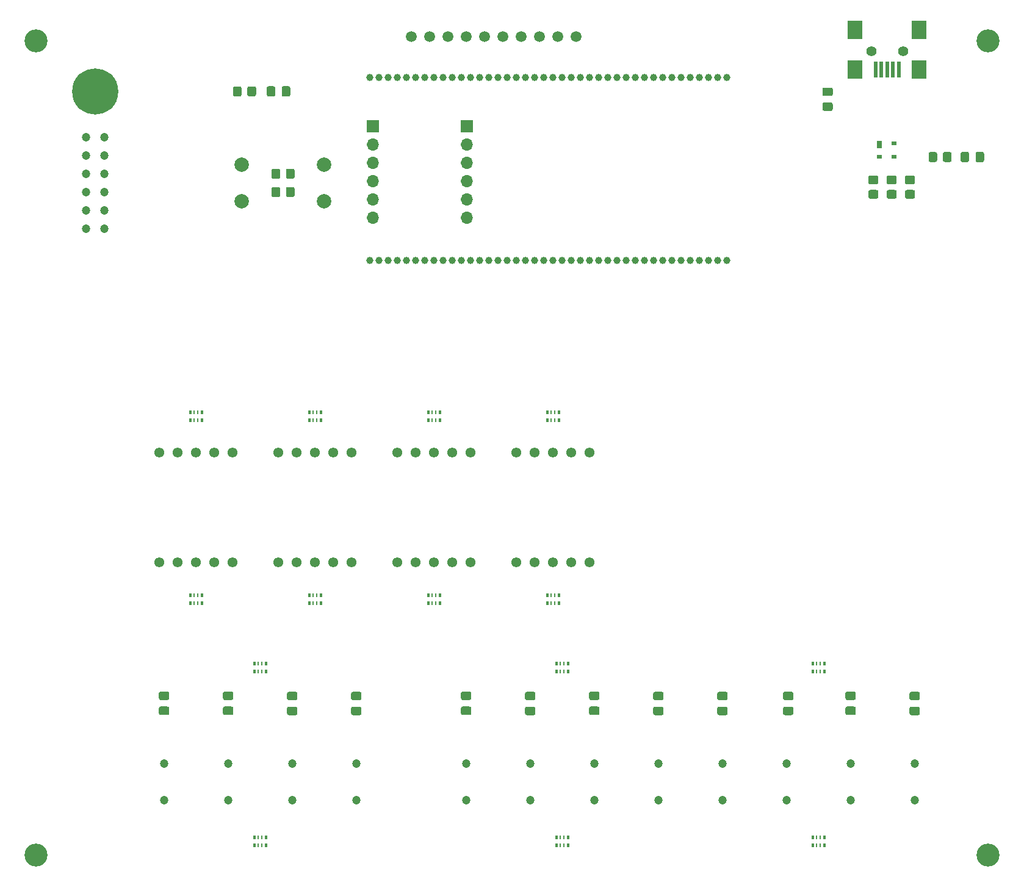
<source format=gts>
G04 #@! TF.GenerationSoftware,KiCad,Pcbnew,(5.1.8)-1*
G04 #@! TF.CreationDate,2021-01-01T13:05:33+09:00*
G04 #@! TF.ProjectId,mifune_TE0890_local_board,6d696675-6e65-45f5-9445-303839305f6c,0.1*
G04 #@! TF.SameCoordinates,Original*
G04 #@! TF.FileFunction,Soldermask,Top*
G04 #@! TF.FilePolarity,Negative*
%FSLAX46Y46*%
G04 Gerber Fmt 4.6, Leading zero omitted, Abs format (unit mm)*
G04 Created by KiCad (PCBNEW (5.1.8)-1) date 2021-01-01 13:05:33*
%MOMM*%
%LPD*%
G01*
G04 APERTURE LIST*
%ADD10C,1.000000*%
%ADD11C,1.200000*%
%ADD12C,6.400000*%
%ADD13C,2.000000*%
%ADD14R,0.700000X1.000000*%
%ADD15R,0.700000X0.600000*%
%ADD16C,1.381000*%
%ADD17R,0.500000X2.300000*%
%ADD18R,2.000000X2.500000*%
%ADD19C,1.400000*%
%ADD20R,0.365000X0.613000*%
%ADD21R,0.250000X0.613000*%
%ADD22O,1.700000X1.700000*%
%ADD23R,1.700000X1.700000*%
%ADD24C,3.200000*%
%ADD25C,1.500000*%
G04 APERTURE END LIST*
D10*
X137795000Y-66040000D03*
X137795000Y-40640000D03*
X136525000Y-66040000D03*
X136525000Y-40640000D03*
X135255000Y-66040000D03*
X135255000Y-40640000D03*
X133985000Y-66040000D03*
X133985000Y-40640000D03*
X132715000Y-66040000D03*
X132715000Y-40640000D03*
X131445000Y-66040000D03*
X131445000Y-40640000D03*
X130175000Y-66040000D03*
X130175000Y-40640000D03*
X128905000Y-66040000D03*
X128905000Y-40640000D03*
X127635000Y-66040000D03*
X127635000Y-40640000D03*
X126365000Y-66040000D03*
X126365000Y-40640000D03*
X125095000Y-66040000D03*
X125095000Y-40640000D03*
X123825000Y-66040000D03*
X123825000Y-40640000D03*
X122555000Y-66040000D03*
X122555000Y-40640000D03*
X121285000Y-66040000D03*
X121285000Y-40640000D03*
X120015000Y-66040000D03*
X120015000Y-40640000D03*
X118745000Y-66040000D03*
X118745000Y-40640000D03*
X117475000Y-66040000D03*
X117475000Y-40640000D03*
X116205000Y-66040000D03*
X116205000Y-40640000D03*
X114935000Y-66040000D03*
X114935000Y-40640000D03*
X113665000Y-66040000D03*
X113665000Y-40640000D03*
X112395000Y-66040000D03*
X112395000Y-40640000D03*
X111125000Y-66040000D03*
X111125000Y-40640000D03*
X109855000Y-66040000D03*
X109855000Y-40640000D03*
X108585000Y-66040000D03*
X108585000Y-40640000D03*
X107315000Y-66040000D03*
X107315000Y-40640000D03*
X106045000Y-66040000D03*
X106045000Y-40640000D03*
X104775000Y-66040000D03*
X104775000Y-40640000D03*
X103505000Y-66040000D03*
X103505000Y-40640000D03*
X102235000Y-66040000D03*
X102235000Y-40640000D03*
X100965000Y-66040000D03*
X100965000Y-40640000D03*
X99695000Y-66040000D03*
X99695000Y-40640000D03*
X98425000Y-66040000D03*
X98425000Y-40640000D03*
X97155000Y-66040000D03*
X97155000Y-40640000D03*
X95885000Y-66040000D03*
X95885000Y-40640000D03*
X94615000Y-66040000D03*
X94615000Y-40640000D03*
X93345000Y-66040000D03*
X93345000Y-40640000D03*
X92075000Y-66040000D03*
X92075000Y-40640000D03*
X90805000Y-66040000D03*
X90805000Y-40640000D03*
X89535000Y-66040000D03*
X89535000Y-40640000D03*
X88265000Y-66040000D03*
X88265000Y-40640000D03*
D11*
X48895000Y-53975000D03*
X51435000Y-56515000D03*
X51435000Y-53975000D03*
X48895000Y-56515000D03*
X48895000Y-51435000D03*
X51435000Y-59055000D03*
X51435000Y-51435000D03*
X48895000Y-59055000D03*
X48895000Y-48895000D03*
X51435000Y-61595000D03*
X51435000Y-48895000D03*
X48895000Y-61595000D03*
D12*
X50165000Y-42545000D03*
D13*
X70485000Y-57785000D03*
X70485000Y-52705000D03*
G36*
G01*
X75115000Y-42070000D02*
X75115000Y-43020000D01*
G75*
G02*
X74865000Y-43270000I-250000J0D01*
G01*
X74190000Y-43270000D01*
G75*
G02*
X73940000Y-43020000I0J250000D01*
G01*
X73940000Y-42070000D01*
G75*
G02*
X74190000Y-41820000I250000J0D01*
G01*
X74865000Y-41820000D01*
G75*
G02*
X75115000Y-42070000I0J-250000D01*
G01*
G37*
G36*
G01*
X77190000Y-42070000D02*
X77190000Y-43020000D01*
G75*
G02*
X76940000Y-43270000I-250000J0D01*
G01*
X76265000Y-43270000D01*
G75*
G02*
X76015000Y-43020000I0J250000D01*
G01*
X76015000Y-42070000D01*
G75*
G02*
X76265000Y-41820000I250000J0D01*
G01*
X76940000Y-41820000D01*
G75*
G02*
X77190000Y-42070000I0J-250000D01*
G01*
G37*
G36*
G01*
X69250000Y-42995001D02*
X69250000Y-42094999D01*
G75*
G02*
X69499999Y-41845000I249999J0D01*
G01*
X70200001Y-41845000D01*
G75*
G02*
X70450000Y-42094999I0J-249999D01*
G01*
X70450000Y-42995001D01*
G75*
G02*
X70200001Y-43245000I-249999J0D01*
G01*
X69499999Y-43245000D01*
G75*
G02*
X69250000Y-42995001I0J249999D01*
G01*
G37*
G36*
G01*
X71250000Y-42995001D02*
X71250000Y-42094999D01*
G75*
G02*
X71499999Y-41845000I249999J0D01*
G01*
X72200001Y-41845000D01*
G75*
G02*
X72450000Y-42094999I0J-249999D01*
G01*
X72450000Y-42995001D01*
G75*
G02*
X72200001Y-43245000I-249999J0D01*
G01*
X71499999Y-43245000D01*
G75*
G02*
X71250000Y-42995001I0J249999D01*
G01*
G37*
G36*
G01*
X151270000Y-42002500D02*
X152220000Y-42002500D01*
G75*
G02*
X152470000Y-42252500I0J-250000D01*
G01*
X152470000Y-42927500D01*
G75*
G02*
X152220000Y-43177500I-250000J0D01*
G01*
X151270000Y-43177500D01*
G75*
G02*
X151020000Y-42927500I0J250000D01*
G01*
X151020000Y-42252500D01*
G75*
G02*
X151270000Y-42002500I250000J0D01*
G01*
G37*
G36*
G01*
X151270000Y-44077500D02*
X152220000Y-44077500D01*
G75*
G02*
X152470000Y-44327500I0J-250000D01*
G01*
X152470000Y-45002500D01*
G75*
G02*
X152220000Y-45252500I-250000J0D01*
G01*
X151270000Y-45252500D01*
G75*
G02*
X151020000Y-45002500I0J250000D01*
G01*
X151020000Y-44327500D01*
G75*
G02*
X151270000Y-44077500I250000J0D01*
G01*
G37*
G36*
G01*
X173457500Y-51175000D02*
X173457500Y-52125000D01*
G75*
G02*
X173207500Y-52375000I-250000J0D01*
G01*
X172532500Y-52375000D01*
G75*
G02*
X172282500Y-52125000I0J250000D01*
G01*
X172282500Y-51175000D01*
G75*
G02*
X172532500Y-50925000I250000J0D01*
G01*
X173207500Y-50925000D01*
G75*
G02*
X173457500Y-51175000I0J-250000D01*
G01*
G37*
G36*
G01*
X171382500Y-51175000D02*
X171382500Y-52125000D01*
G75*
G02*
X171132500Y-52375000I-250000J0D01*
G01*
X170457500Y-52375000D01*
G75*
G02*
X170207500Y-52125000I0J250000D01*
G01*
X170207500Y-51175000D01*
G75*
G02*
X170457500Y-50925000I250000J0D01*
G01*
X171132500Y-50925000D01*
G75*
G02*
X171382500Y-51175000I0J-250000D01*
G01*
G37*
D14*
X158950000Y-49950000D03*
D15*
X158950000Y-51650000D03*
X160950000Y-51650000D03*
X160950000Y-49750000D03*
G36*
G01*
X60165000Y-127036500D02*
X59215000Y-127036500D01*
G75*
G02*
X58965000Y-126786500I0J250000D01*
G01*
X58965000Y-126111500D01*
G75*
G02*
X59215000Y-125861500I250000J0D01*
G01*
X60165000Y-125861500D01*
G75*
G02*
X60415000Y-126111500I0J-250000D01*
G01*
X60415000Y-126786500D01*
G75*
G02*
X60165000Y-127036500I-250000J0D01*
G01*
G37*
G36*
G01*
X60165000Y-129111500D02*
X59215000Y-129111500D01*
G75*
G02*
X58965000Y-128861500I0J250000D01*
G01*
X58965000Y-128186500D01*
G75*
G02*
X59215000Y-127936500I250000J0D01*
G01*
X60165000Y-127936500D01*
G75*
G02*
X60415000Y-128186500I0J-250000D01*
G01*
X60415000Y-128861500D01*
G75*
G02*
X60165000Y-129111500I-250000J0D01*
G01*
G37*
G36*
G01*
X69055000Y-129111500D02*
X68105000Y-129111500D01*
G75*
G02*
X67855000Y-128861500I0J250000D01*
G01*
X67855000Y-128186500D01*
G75*
G02*
X68105000Y-127936500I250000J0D01*
G01*
X69055000Y-127936500D01*
G75*
G02*
X69305000Y-128186500I0J-250000D01*
G01*
X69305000Y-128861500D01*
G75*
G02*
X69055000Y-129111500I-250000J0D01*
G01*
G37*
G36*
G01*
X69055000Y-127036500D02*
X68105000Y-127036500D01*
G75*
G02*
X67855000Y-126786500I0J250000D01*
G01*
X67855000Y-126111500D01*
G75*
G02*
X68105000Y-125861500I250000J0D01*
G01*
X69055000Y-125861500D01*
G75*
G02*
X69305000Y-126111500I0J-250000D01*
G01*
X69305000Y-126786500D01*
G75*
G02*
X69055000Y-127036500I-250000J0D01*
G01*
G37*
G36*
G01*
X77945000Y-127058000D02*
X76995000Y-127058000D01*
G75*
G02*
X76745000Y-126808000I0J250000D01*
G01*
X76745000Y-126133000D01*
G75*
G02*
X76995000Y-125883000I250000J0D01*
G01*
X77945000Y-125883000D01*
G75*
G02*
X78195000Y-126133000I0J-250000D01*
G01*
X78195000Y-126808000D01*
G75*
G02*
X77945000Y-127058000I-250000J0D01*
G01*
G37*
G36*
G01*
X77945000Y-129133000D02*
X76995000Y-129133000D01*
G75*
G02*
X76745000Y-128883000I0J250000D01*
G01*
X76745000Y-128208000D01*
G75*
G02*
X76995000Y-127958000I250000J0D01*
G01*
X77945000Y-127958000D01*
G75*
G02*
X78195000Y-128208000I0J-250000D01*
G01*
X78195000Y-128883000D01*
G75*
G02*
X77945000Y-129133000I-250000J0D01*
G01*
G37*
G36*
G01*
X86835000Y-129133000D02*
X85885000Y-129133000D01*
G75*
G02*
X85635000Y-128883000I0J250000D01*
G01*
X85635000Y-128208000D01*
G75*
G02*
X85885000Y-127958000I250000J0D01*
G01*
X86835000Y-127958000D01*
G75*
G02*
X87085000Y-128208000I0J-250000D01*
G01*
X87085000Y-128883000D01*
G75*
G02*
X86835000Y-129133000I-250000J0D01*
G01*
G37*
G36*
G01*
X86835000Y-127058000D02*
X85885000Y-127058000D01*
G75*
G02*
X85635000Y-126808000I0J250000D01*
G01*
X85635000Y-126133000D01*
G75*
G02*
X85885000Y-125883000I250000J0D01*
G01*
X86835000Y-125883000D01*
G75*
G02*
X87085000Y-126133000I0J-250000D01*
G01*
X87085000Y-126808000D01*
G75*
G02*
X86835000Y-127058000I-250000J0D01*
G01*
G37*
G36*
G01*
X102075000Y-127036500D02*
X101125000Y-127036500D01*
G75*
G02*
X100875000Y-126786500I0J250000D01*
G01*
X100875000Y-126111500D01*
G75*
G02*
X101125000Y-125861500I250000J0D01*
G01*
X102075000Y-125861500D01*
G75*
G02*
X102325000Y-126111500I0J-250000D01*
G01*
X102325000Y-126786500D01*
G75*
G02*
X102075000Y-127036500I-250000J0D01*
G01*
G37*
G36*
G01*
X102075000Y-129111500D02*
X101125000Y-129111500D01*
G75*
G02*
X100875000Y-128861500I0J250000D01*
G01*
X100875000Y-128186500D01*
G75*
G02*
X101125000Y-127936500I250000J0D01*
G01*
X102075000Y-127936500D01*
G75*
G02*
X102325000Y-128186500I0J-250000D01*
G01*
X102325000Y-128861500D01*
G75*
G02*
X102075000Y-129111500I-250000J0D01*
G01*
G37*
G36*
G01*
X110965000Y-129133000D02*
X110015000Y-129133000D01*
G75*
G02*
X109765000Y-128883000I0J250000D01*
G01*
X109765000Y-128208000D01*
G75*
G02*
X110015000Y-127958000I250000J0D01*
G01*
X110965000Y-127958000D01*
G75*
G02*
X111215000Y-128208000I0J-250000D01*
G01*
X111215000Y-128883000D01*
G75*
G02*
X110965000Y-129133000I-250000J0D01*
G01*
G37*
G36*
G01*
X110965000Y-127058000D02*
X110015000Y-127058000D01*
G75*
G02*
X109765000Y-126808000I0J250000D01*
G01*
X109765000Y-126133000D01*
G75*
G02*
X110015000Y-125883000I250000J0D01*
G01*
X110965000Y-125883000D01*
G75*
G02*
X111215000Y-126133000I0J-250000D01*
G01*
X111215000Y-126808000D01*
G75*
G02*
X110965000Y-127058000I-250000J0D01*
G01*
G37*
G36*
G01*
X119855000Y-127036500D02*
X118905000Y-127036500D01*
G75*
G02*
X118655000Y-126786500I0J250000D01*
G01*
X118655000Y-126111500D01*
G75*
G02*
X118905000Y-125861500I250000J0D01*
G01*
X119855000Y-125861500D01*
G75*
G02*
X120105000Y-126111500I0J-250000D01*
G01*
X120105000Y-126786500D01*
G75*
G02*
X119855000Y-127036500I-250000J0D01*
G01*
G37*
G36*
G01*
X119855000Y-129111500D02*
X118905000Y-129111500D01*
G75*
G02*
X118655000Y-128861500I0J250000D01*
G01*
X118655000Y-128186500D01*
G75*
G02*
X118905000Y-127936500I250000J0D01*
G01*
X119855000Y-127936500D01*
G75*
G02*
X120105000Y-128186500I0J-250000D01*
G01*
X120105000Y-128861500D01*
G75*
G02*
X119855000Y-129111500I-250000J0D01*
G01*
G37*
G36*
G01*
X128745000Y-129133000D02*
X127795000Y-129133000D01*
G75*
G02*
X127545000Y-128883000I0J250000D01*
G01*
X127545000Y-128208000D01*
G75*
G02*
X127795000Y-127958000I250000J0D01*
G01*
X128745000Y-127958000D01*
G75*
G02*
X128995000Y-128208000I0J-250000D01*
G01*
X128995000Y-128883000D01*
G75*
G02*
X128745000Y-129133000I-250000J0D01*
G01*
G37*
G36*
G01*
X128745000Y-127058000D02*
X127795000Y-127058000D01*
G75*
G02*
X127545000Y-126808000I0J250000D01*
G01*
X127545000Y-126133000D01*
G75*
G02*
X127795000Y-125883000I250000J0D01*
G01*
X128745000Y-125883000D01*
G75*
G02*
X128995000Y-126133000I0J-250000D01*
G01*
X128995000Y-126808000D01*
G75*
G02*
X128745000Y-127058000I-250000J0D01*
G01*
G37*
G36*
G01*
X137635000Y-127058000D02*
X136685000Y-127058000D01*
G75*
G02*
X136435000Y-126808000I0J250000D01*
G01*
X136435000Y-126133000D01*
G75*
G02*
X136685000Y-125883000I250000J0D01*
G01*
X137635000Y-125883000D01*
G75*
G02*
X137885000Y-126133000I0J-250000D01*
G01*
X137885000Y-126808000D01*
G75*
G02*
X137635000Y-127058000I-250000J0D01*
G01*
G37*
G36*
G01*
X137635000Y-129133000D02*
X136685000Y-129133000D01*
G75*
G02*
X136435000Y-128883000I0J250000D01*
G01*
X136435000Y-128208000D01*
G75*
G02*
X136685000Y-127958000I250000J0D01*
G01*
X137635000Y-127958000D01*
G75*
G02*
X137885000Y-128208000I0J-250000D01*
G01*
X137885000Y-128883000D01*
G75*
G02*
X137635000Y-129133000I-250000J0D01*
G01*
G37*
G36*
G01*
X146757500Y-129133000D02*
X145807500Y-129133000D01*
G75*
G02*
X145557500Y-128883000I0J250000D01*
G01*
X145557500Y-128208000D01*
G75*
G02*
X145807500Y-127958000I250000J0D01*
G01*
X146757500Y-127958000D01*
G75*
G02*
X147007500Y-128208000I0J-250000D01*
G01*
X147007500Y-128883000D01*
G75*
G02*
X146757500Y-129133000I-250000J0D01*
G01*
G37*
G36*
G01*
X146757500Y-127058000D02*
X145807500Y-127058000D01*
G75*
G02*
X145557500Y-126808000I0J250000D01*
G01*
X145557500Y-126133000D01*
G75*
G02*
X145807500Y-125883000I250000J0D01*
G01*
X146757500Y-125883000D01*
G75*
G02*
X147007500Y-126133000I0J-250000D01*
G01*
X147007500Y-126808000D01*
G75*
G02*
X146757500Y-127058000I-250000J0D01*
G01*
G37*
G36*
G01*
X155415000Y-127036500D02*
X154465000Y-127036500D01*
G75*
G02*
X154215000Y-126786500I0J250000D01*
G01*
X154215000Y-126111500D01*
G75*
G02*
X154465000Y-125861500I250000J0D01*
G01*
X155415000Y-125861500D01*
G75*
G02*
X155665000Y-126111500I0J-250000D01*
G01*
X155665000Y-126786500D01*
G75*
G02*
X155415000Y-127036500I-250000J0D01*
G01*
G37*
G36*
G01*
X155415000Y-129111500D02*
X154465000Y-129111500D01*
G75*
G02*
X154215000Y-128861500I0J250000D01*
G01*
X154215000Y-128186500D01*
G75*
G02*
X154465000Y-127936500I250000J0D01*
G01*
X155415000Y-127936500D01*
G75*
G02*
X155665000Y-128186500I0J-250000D01*
G01*
X155665000Y-128861500D01*
G75*
G02*
X155415000Y-129111500I-250000J0D01*
G01*
G37*
G36*
G01*
X164305000Y-129133000D02*
X163355000Y-129133000D01*
G75*
G02*
X163105000Y-128883000I0J250000D01*
G01*
X163105000Y-128208000D01*
G75*
G02*
X163355000Y-127958000I250000J0D01*
G01*
X164305000Y-127958000D01*
G75*
G02*
X164555000Y-128208000I0J-250000D01*
G01*
X164555000Y-128883000D01*
G75*
G02*
X164305000Y-129133000I-250000J0D01*
G01*
G37*
G36*
G01*
X164305000Y-127058000D02*
X163355000Y-127058000D01*
G75*
G02*
X163105000Y-126808000I0J250000D01*
G01*
X163105000Y-126133000D01*
G75*
G02*
X163355000Y-125883000I250000J0D01*
G01*
X164305000Y-125883000D01*
G75*
G02*
X164555000Y-126133000I0J-250000D01*
G01*
X164555000Y-126808000D01*
G75*
G02*
X164305000Y-127058000I-250000J0D01*
G01*
G37*
D16*
X108585000Y-92710000D03*
X111125000Y-92710000D03*
X113665000Y-92710000D03*
X116205000Y-92710000D03*
X118745000Y-92710000D03*
X118745000Y-107950000D03*
X116205000Y-107950000D03*
X113665000Y-107950000D03*
X111125000Y-107950000D03*
X108585000Y-107950000D03*
X92075000Y-107950000D03*
X94615000Y-107950000D03*
X97155000Y-107950000D03*
X99695000Y-107950000D03*
X102235000Y-107950000D03*
X102235000Y-92710000D03*
X99695000Y-92710000D03*
X97155000Y-92710000D03*
X94615000Y-92710000D03*
X92075000Y-92710000D03*
X75565000Y-92710000D03*
X78105000Y-92710000D03*
X80645000Y-92710000D03*
X83185000Y-92710000D03*
X85725000Y-92710000D03*
X85725000Y-107950000D03*
X83185000Y-107950000D03*
X80645000Y-107950000D03*
X78105000Y-107950000D03*
X75565000Y-107950000D03*
X59055000Y-107950000D03*
X61595000Y-107950000D03*
X64135000Y-107950000D03*
X66675000Y-107950000D03*
X69215000Y-107950000D03*
X69215000Y-92710000D03*
X66675000Y-92710000D03*
X64135000Y-92710000D03*
X61595000Y-92710000D03*
X59055000Y-92710000D03*
D17*
X161600000Y-39500000D03*
X160800000Y-39500000D03*
X160000000Y-39500000D03*
X159200000Y-39500000D03*
X158400000Y-39500000D03*
D18*
X164450000Y-39500000D03*
X155550000Y-39500000D03*
X164450000Y-34000000D03*
X155550000Y-34000000D03*
D19*
X162200000Y-37000000D03*
X157800000Y-37000000D03*
G36*
G01*
X74600000Y-54425001D02*
X74600000Y-53524999D01*
G75*
G02*
X74849999Y-53275000I249999J0D01*
G01*
X75550001Y-53275000D01*
G75*
G02*
X75800000Y-53524999I0J-249999D01*
G01*
X75800000Y-54425001D01*
G75*
G02*
X75550001Y-54675000I-249999J0D01*
G01*
X74849999Y-54675000D01*
G75*
G02*
X74600000Y-54425001I0J249999D01*
G01*
G37*
G36*
G01*
X76600000Y-54425001D02*
X76600000Y-53524999D01*
G75*
G02*
X76849999Y-53275000I249999J0D01*
G01*
X77550001Y-53275000D01*
G75*
G02*
X77800000Y-53524999I0J-249999D01*
G01*
X77800000Y-54425001D01*
G75*
G02*
X77550001Y-54675000I-249999J0D01*
G01*
X76849999Y-54675000D01*
G75*
G02*
X76600000Y-54425001I0J249999D01*
G01*
G37*
G36*
G01*
X76600000Y-56965001D02*
X76600000Y-56064999D01*
G75*
G02*
X76849999Y-55815000I249999J0D01*
G01*
X77550001Y-55815000D01*
G75*
G02*
X77800000Y-56064999I0J-249999D01*
G01*
X77800000Y-56965001D01*
G75*
G02*
X77550001Y-57215000I-249999J0D01*
G01*
X76849999Y-57215000D01*
G75*
G02*
X76600000Y-56965001I0J249999D01*
G01*
G37*
G36*
G01*
X74600000Y-56965001D02*
X74600000Y-56064999D01*
G75*
G02*
X74849999Y-55815000I249999J0D01*
G01*
X75550001Y-55815000D01*
G75*
G02*
X75800000Y-56064999I0J-249999D01*
G01*
X75800000Y-56965001D01*
G75*
G02*
X75550001Y-57215000I-249999J0D01*
G01*
X74849999Y-57215000D01*
G75*
G02*
X74600000Y-56965001I0J249999D01*
G01*
G37*
G36*
G01*
X167750000Y-52100001D02*
X167750000Y-51199999D01*
G75*
G02*
X167999999Y-50950000I249999J0D01*
G01*
X168700001Y-50950000D01*
G75*
G02*
X168950000Y-51199999I0J-249999D01*
G01*
X168950000Y-52100001D01*
G75*
G02*
X168700001Y-52350000I-249999J0D01*
G01*
X167999999Y-52350000D01*
G75*
G02*
X167750000Y-52100001I0J249999D01*
G01*
G37*
G36*
G01*
X165750000Y-52100001D02*
X165750000Y-51199999D01*
G75*
G02*
X165999999Y-50950000I249999J0D01*
G01*
X166700001Y-50950000D01*
G75*
G02*
X166950000Y-51199999I0J-249999D01*
G01*
X166950000Y-52100001D01*
G75*
G02*
X166700001Y-52350000I-249999J0D01*
G01*
X165999999Y-52350000D01*
G75*
G02*
X165750000Y-52100001I0J249999D01*
G01*
G37*
G36*
G01*
X160184999Y-56225000D02*
X161085001Y-56225000D01*
G75*
G02*
X161335000Y-56474999I0J-249999D01*
G01*
X161335000Y-57175001D01*
G75*
G02*
X161085001Y-57425000I-249999J0D01*
G01*
X160184999Y-57425000D01*
G75*
G02*
X159935000Y-57175001I0J249999D01*
G01*
X159935000Y-56474999D01*
G75*
G02*
X160184999Y-56225000I249999J0D01*
G01*
G37*
G36*
G01*
X160184999Y-54225000D02*
X161085001Y-54225000D01*
G75*
G02*
X161335000Y-54474999I0J-249999D01*
G01*
X161335000Y-55175001D01*
G75*
G02*
X161085001Y-55425000I-249999J0D01*
G01*
X160184999Y-55425000D01*
G75*
G02*
X159935000Y-55175001I0J249999D01*
G01*
X159935000Y-54474999D01*
G75*
G02*
X160184999Y-54225000I249999J0D01*
G01*
G37*
G36*
G01*
X163625001Y-57425000D02*
X162724999Y-57425000D01*
G75*
G02*
X162475000Y-57175001I0J249999D01*
G01*
X162475000Y-56474999D01*
G75*
G02*
X162724999Y-56225000I249999J0D01*
G01*
X163625001Y-56225000D01*
G75*
G02*
X163875000Y-56474999I0J-249999D01*
G01*
X163875000Y-57175001D01*
G75*
G02*
X163625001Y-57425000I-249999J0D01*
G01*
G37*
G36*
G01*
X163625001Y-55425000D02*
X162724999Y-55425000D01*
G75*
G02*
X162475000Y-55175001I0J249999D01*
G01*
X162475000Y-54474999D01*
G75*
G02*
X162724999Y-54225000I249999J0D01*
G01*
X163625001Y-54225000D01*
G75*
G02*
X163875000Y-54474999I0J-249999D01*
G01*
X163875000Y-55175001D01*
G75*
G02*
X163625001Y-55425000I-249999J0D01*
G01*
G37*
G36*
G01*
X157644999Y-54225000D02*
X158545001Y-54225000D01*
G75*
G02*
X158795000Y-54474999I0J-249999D01*
G01*
X158795000Y-55175001D01*
G75*
G02*
X158545001Y-55425000I-249999J0D01*
G01*
X157644999Y-55425000D01*
G75*
G02*
X157395000Y-55175001I0J249999D01*
G01*
X157395000Y-54474999D01*
G75*
G02*
X157644999Y-54225000I249999J0D01*
G01*
G37*
G36*
G01*
X157644999Y-56225000D02*
X158545001Y-56225000D01*
G75*
G02*
X158795000Y-56474999I0J-249999D01*
G01*
X158795000Y-57175001D01*
G75*
G02*
X158545001Y-57425000I-249999J0D01*
G01*
X157644999Y-57425000D01*
G75*
G02*
X157395000Y-57175001I0J249999D01*
G01*
X157395000Y-56474999D01*
G75*
G02*
X157644999Y-56225000I249999J0D01*
G01*
G37*
D20*
X72217000Y-146141000D03*
D21*
X72775000Y-146141000D03*
X73275000Y-146141000D03*
D20*
X73833000Y-146141000D03*
X73833000Y-147229000D03*
D21*
X73275000Y-147229000D03*
X72775000Y-147229000D03*
D20*
X72217000Y-147229000D03*
X72217000Y-123099000D03*
D21*
X72775000Y-123099000D03*
X73275000Y-123099000D03*
D20*
X73833000Y-123099000D03*
X73833000Y-122011000D03*
D21*
X73275000Y-122011000D03*
X72775000Y-122011000D03*
D20*
X72217000Y-122011000D03*
X114127000Y-147229000D03*
D21*
X114685000Y-147229000D03*
X115185000Y-147229000D03*
D20*
X115743000Y-147229000D03*
X115743000Y-146141000D03*
D21*
X115185000Y-146141000D03*
X114685000Y-146141000D03*
D20*
X114127000Y-146141000D03*
X114127000Y-123099000D03*
D21*
X114685000Y-123099000D03*
X115185000Y-123099000D03*
D20*
X115743000Y-123099000D03*
X115743000Y-122011000D03*
D21*
X115185000Y-122011000D03*
X114685000Y-122011000D03*
D20*
X114127000Y-122011000D03*
X149687000Y-122011000D03*
D21*
X150245000Y-122011000D03*
X150745000Y-122011000D03*
D20*
X151303000Y-122011000D03*
X151303000Y-123099000D03*
D21*
X150745000Y-123099000D03*
X150245000Y-123099000D03*
D20*
X149687000Y-123099000D03*
X149687000Y-146141000D03*
D21*
X150245000Y-146141000D03*
X150745000Y-146141000D03*
D20*
X151303000Y-146141000D03*
X151303000Y-147229000D03*
D21*
X150745000Y-147229000D03*
X150245000Y-147229000D03*
D20*
X149687000Y-147229000D03*
X112857000Y-112486000D03*
D21*
X113415000Y-112486000D03*
X113915000Y-112486000D03*
D20*
X114473000Y-112486000D03*
X114473000Y-113574000D03*
D21*
X113915000Y-113574000D03*
X113415000Y-113574000D03*
D20*
X112857000Y-113574000D03*
X96347000Y-113574000D03*
D21*
X96905000Y-113574000D03*
X97405000Y-113574000D03*
D20*
X97963000Y-113574000D03*
X97963000Y-112486000D03*
D21*
X97405000Y-112486000D03*
X96905000Y-112486000D03*
D20*
X96347000Y-112486000D03*
X79837000Y-112486000D03*
D21*
X80395000Y-112486000D03*
X80895000Y-112486000D03*
D20*
X81453000Y-112486000D03*
X81453000Y-113574000D03*
D21*
X80895000Y-113574000D03*
X80395000Y-113574000D03*
D20*
X79837000Y-113574000D03*
X63327000Y-113574000D03*
D21*
X63885000Y-113574000D03*
X64385000Y-113574000D03*
D20*
X64943000Y-113574000D03*
X64943000Y-112486000D03*
D21*
X64385000Y-112486000D03*
X63885000Y-112486000D03*
D20*
X63327000Y-112486000D03*
X112857000Y-87086000D03*
D21*
X113415000Y-87086000D03*
X113915000Y-87086000D03*
D20*
X114473000Y-87086000D03*
X114473000Y-88174000D03*
D21*
X113915000Y-88174000D03*
X113415000Y-88174000D03*
D20*
X112857000Y-88174000D03*
X96347000Y-88174000D03*
D21*
X96905000Y-88174000D03*
X97405000Y-88174000D03*
D20*
X97963000Y-88174000D03*
X97963000Y-87086000D03*
D21*
X97405000Y-87086000D03*
X96905000Y-87086000D03*
D20*
X96347000Y-87086000D03*
X79837000Y-87086000D03*
D21*
X80395000Y-87086000D03*
X80895000Y-87086000D03*
D20*
X81453000Y-87086000D03*
X81453000Y-88174000D03*
D21*
X80895000Y-88174000D03*
X80395000Y-88174000D03*
D20*
X79837000Y-88174000D03*
X63327000Y-88174000D03*
D21*
X63885000Y-88174000D03*
X64385000Y-88174000D03*
D20*
X64943000Y-88174000D03*
X64943000Y-87086000D03*
D21*
X64385000Y-87086000D03*
X63885000Y-87086000D03*
D20*
X63327000Y-87086000D03*
D11*
X59690000Y-140970000D03*
X59690000Y-135890000D03*
X68580000Y-135890000D03*
X68580000Y-140970000D03*
X77470000Y-140970000D03*
X77470000Y-135890000D03*
X86360000Y-135890000D03*
X86360000Y-140970000D03*
X101600000Y-140970000D03*
X101600000Y-135890000D03*
X110490000Y-135890000D03*
X110490000Y-140970000D03*
X119380000Y-140970000D03*
X119380000Y-135890000D03*
X128270000Y-135890000D03*
X128270000Y-140970000D03*
X137160000Y-140970000D03*
X137160000Y-135890000D03*
X146050000Y-135890000D03*
X146050000Y-140970000D03*
X154940000Y-140970000D03*
X154940000Y-135890000D03*
X163830000Y-135890000D03*
X163830000Y-140970000D03*
D22*
X101710000Y-60060000D03*
X101710000Y-57520000D03*
X101710000Y-54980000D03*
X101710000Y-52440000D03*
X101710000Y-49900000D03*
D23*
X101710000Y-47360000D03*
X88620000Y-47340000D03*
D22*
X88620000Y-49880000D03*
X88620000Y-52420000D03*
X88620000Y-54960000D03*
X88620000Y-57500000D03*
X88620000Y-60040000D03*
D24*
X41910000Y-35560000D03*
X41910000Y-148590000D03*
X173990000Y-35560000D03*
X173990000Y-148590000D03*
D13*
X81915000Y-52705000D03*
X81915000Y-57785000D03*
D25*
X96520000Y-34925000D03*
X99060000Y-34925000D03*
X101600000Y-34925000D03*
X104140000Y-34925000D03*
X106680000Y-34925000D03*
X109220000Y-34925000D03*
X111760000Y-34925000D03*
X114300000Y-34925000D03*
X116840000Y-34925000D03*
X93980000Y-34925000D03*
M02*

</source>
